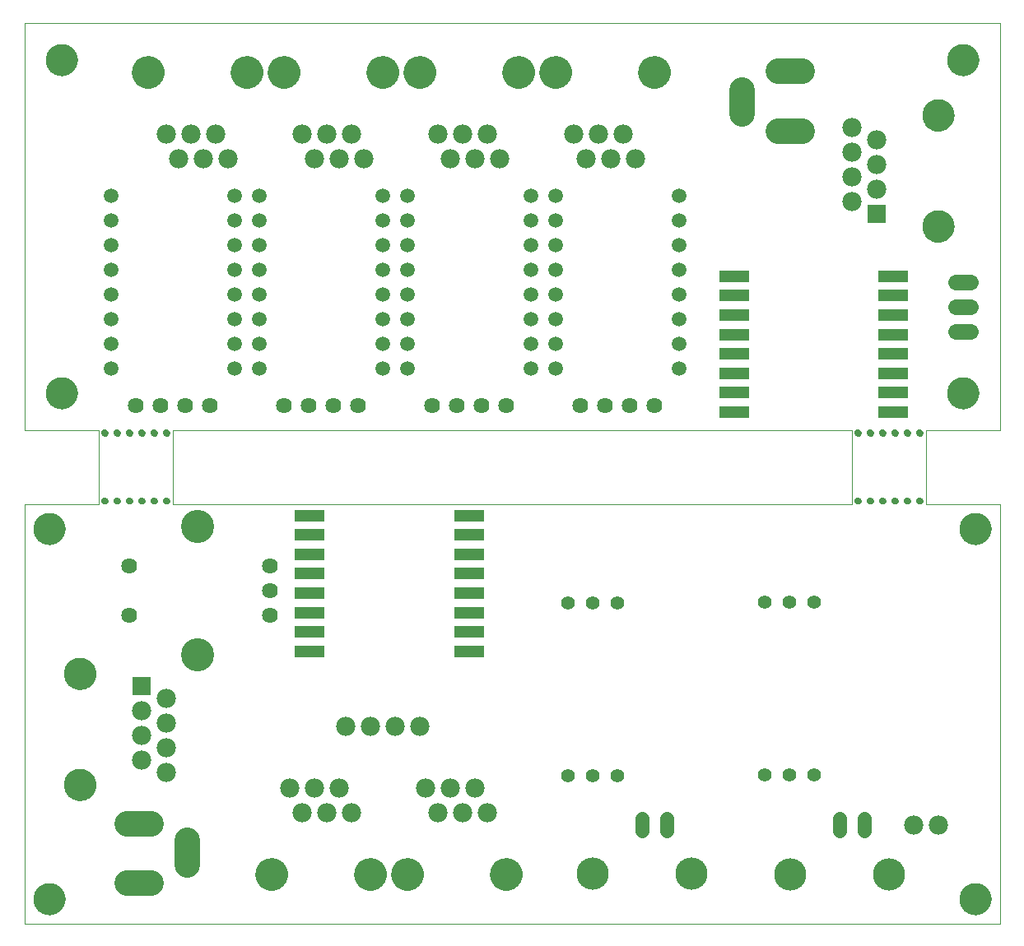
<source format=gbs>
G75*
G70*
%OFA0B0*%
%FSLAX24Y24*%
%IPPOS*%
%LPD*%
%AMOC8*
5,1,8,0,0,1.08239X$1,22.5*
%
%ADD10C,0.0000*%
%ADD11C,0.1300*%
%ADD12C,0.0276*%
%ADD13R,0.1221X0.0512*%
%ADD14C,0.0640*%
%ADD15C,0.0594*%
%ADD16C,0.0780*%
%ADD17C,0.1320*%
%ADD18C,0.0640*%
%ADD19R,0.0780X0.0780*%
%ADD20C,0.1024*%
%ADD21C,0.0555*%
%ADD22C,0.1306*%
%ADD23C,0.0555*%
%ADD24C,0.1340*%
D10*
X002142Y009407D02*
X002142Y026407D01*
X005142Y026407D01*
X005142Y029407D01*
X002142Y029407D01*
X002142Y045907D01*
X041642Y045907D01*
X041642Y029407D01*
X038642Y029407D01*
X038642Y026407D01*
X041642Y026407D01*
X041642Y009407D01*
X002142Y009407D01*
X002512Y010407D02*
X002514Y010457D01*
X002520Y010507D01*
X002530Y010556D01*
X002544Y010604D01*
X002561Y010651D01*
X002582Y010696D01*
X002607Y010740D01*
X002635Y010781D01*
X002667Y010820D01*
X002701Y010857D01*
X002738Y010891D01*
X002778Y010921D01*
X002820Y010948D01*
X002864Y010972D01*
X002910Y010993D01*
X002957Y011009D01*
X003005Y011022D01*
X003055Y011031D01*
X003104Y011036D01*
X003155Y011037D01*
X003205Y011034D01*
X003254Y011027D01*
X003303Y011016D01*
X003351Y011001D01*
X003397Y010983D01*
X003442Y010961D01*
X003485Y010935D01*
X003526Y010906D01*
X003565Y010874D01*
X003601Y010839D01*
X003633Y010801D01*
X003663Y010761D01*
X003690Y010718D01*
X003713Y010674D01*
X003732Y010628D01*
X003748Y010580D01*
X003760Y010531D01*
X003768Y010482D01*
X003772Y010432D01*
X003772Y010382D01*
X003768Y010332D01*
X003760Y010283D01*
X003748Y010234D01*
X003732Y010186D01*
X003713Y010140D01*
X003690Y010096D01*
X003663Y010053D01*
X003633Y010013D01*
X003601Y009975D01*
X003565Y009940D01*
X003526Y009908D01*
X003485Y009879D01*
X003442Y009853D01*
X003397Y009831D01*
X003351Y009813D01*
X003303Y009798D01*
X003254Y009787D01*
X003205Y009780D01*
X003155Y009777D01*
X003104Y009778D01*
X003055Y009783D01*
X003005Y009792D01*
X002957Y009805D01*
X002910Y009821D01*
X002864Y009842D01*
X002820Y009866D01*
X002778Y009893D01*
X002738Y009923D01*
X002701Y009957D01*
X002667Y009994D01*
X002635Y010033D01*
X002607Y010074D01*
X002582Y010118D01*
X002561Y010163D01*
X002544Y010210D01*
X002530Y010258D01*
X002520Y010307D01*
X002514Y010357D01*
X002512Y010407D01*
X003762Y015032D02*
X003764Y015082D01*
X003770Y015132D01*
X003780Y015181D01*
X003794Y015229D01*
X003811Y015276D01*
X003832Y015321D01*
X003857Y015365D01*
X003885Y015406D01*
X003917Y015445D01*
X003951Y015482D01*
X003988Y015516D01*
X004028Y015546D01*
X004070Y015573D01*
X004114Y015597D01*
X004160Y015618D01*
X004207Y015634D01*
X004255Y015647D01*
X004305Y015656D01*
X004354Y015661D01*
X004405Y015662D01*
X004455Y015659D01*
X004504Y015652D01*
X004553Y015641D01*
X004601Y015626D01*
X004647Y015608D01*
X004692Y015586D01*
X004735Y015560D01*
X004776Y015531D01*
X004815Y015499D01*
X004851Y015464D01*
X004883Y015426D01*
X004913Y015386D01*
X004940Y015343D01*
X004963Y015299D01*
X004982Y015253D01*
X004998Y015205D01*
X005010Y015156D01*
X005018Y015107D01*
X005022Y015057D01*
X005022Y015007D01*
X005018Y014957D01*
X005010Y014908D01*
X004998Y014859D01*
X004982Y014811D01*
X004963Y014765D01*
X004940Y014721D01*
X004913Y014678D01*
X004883Y014638D01*
X004851Y014600D01*
X004815Y014565D01*
X004776Y014533D01*
X004735Y014504D01*
X004692Y014478D01*
X004647Y014456D01*
X004601Y014438D01*
X004553Y014423D01*
X004504Y014412D01*
X004455Y014405D01*
X004405Y014402D01*
X004354Y014403D01*
X004305Y014408D01*
X004255Y014417D01*
X004207Y014430D01*
X004160Y014446D01*
X004114Y014467D01*
X004070Y014491D01*
X004028Y014518D01*
X003988Y014548D01*
X003951Y014582D01*
X003917Y014619D01*
X003885Y014658D01*
X003857Y014699D01*
X003832Y014743D01*
X003811Y014788D01*
X003794Y014835D01*
X003780Y014883D01*
X003770Y014932D01*
X003764Y014982D01*
X003762Y015032D01*
X003762Y019532D02*
X003764Y019582D01*
X003770Y019632D01*
X003780Y019681D01*
X003794Y019729D01*
X003811Y019776D01*
X003832Y019821D01*
X003857Y019865D01*
X003885Y019906D01*
X003917Y019945D01*
X003951Y019982D01*
X003988Y020016D01*
X004028Y020046D01*
X004070Y020073D01*
X004114Y020097D01*
X004160Y020118D01*
X004207Y020134D01*
X004255Y020147D01*
X004305Y020156D01*
X004354Y020161D01*
X004405Y020162D01*
X004455Y020159D01*
X004504Y020152D01*
X004553Y020141D01*
X004601Y020126D01*
X004647Y020108D01*
X004692Y020086D01*
X004735Y020060D01*
X004776Y020031D01*
X004815Y019999D01*
X004851Y019964D01*
X004883Y019926D01*
X004913Y019886D01*
X004940Y019843D01*
X004963Y019799D01*
X004982Y019753D01*
X004998Y019705D01*
X005010Y019656D01*
X005018Y019607D01*
X005022Y019557D01*
X005022Y019507D01*
X005018Y019457D01*
X005010Y019408D01*
X004998Y019359D01*
X004982Y019311D01*
X004963Y019265D01*
X004940Y019221D01*
X004913Y019178D01*
X004883Y019138D01*
X004851Y019100D01*
X004815Y019065D01*
X004776Y019033D01*
X004735Y019004D01*
X004692Y018978D01*
X004647Y018956D01*
X004601Y018938D01*
X004553Y018923D01*
X004504Y018912D01*
X004455Y018905D01*
X004405Y018902D01*
X004354Y018903D01*
X004305Y018908D01*
X004255Y018917D01*
X004207Y018930D01*
X004160Y018946D01*
X004114Y018967D01*
X004070Y018991D01*
X004028Y019018D01*
X003988Y019048D01*
X003951Y019082D01*
X003917Y019119D01*
X003885Y019158D01*
X003857Y019199D01*
X003832Y019243D01*
X003811Y019288D01*
X003794Y019335D01*
X003780Y019383D01*
X003770Y019432D01*
X003764Y019482D01*
X003762Y019532D01*
X002512Y025407D02*
X002514Y025457D01*
X002520Y025507D01*
X002530Y025556D01*
X002544Y025604D01*
X002561Y025651D01*
X002582Y025696D01*
X002607Y025740D01*
X002635Y025781D01*
X002667Y025820D01*
X002701Y025857D01*
X002738Y025891D01*
X002778Y025921D01*
X002820Y025948D01*
X002864Y025972D01*
X002910Y025993D01*
X002957Y026009D01*
X003005Y026022D01*
X003055Y026031D01*
X003104Y026036D01*
X003155Y026037D01*
X003205Y026034D01*
X003254Y026027D01*
X003303Y026016D01*
X003351Y026001D01*
X003397Y025983D01*
X003442Y025961D01*
X003485Y025935D01*
X003526Y025906D01*
X003565Y025874D01*
X003601Y025839D01*
X003633Y025801D01*
X003663Y025761D01*
X003690Y025718D01*
X003713Y025674D01*
X003732Y025628D01*
X003748Y025580D01*
X003760Y025531D01*
X003768Y025482D01*
X003772Y025432D01*
X003772Y025382D01*
X003768Y025332D01*
X003760Y025283D01*
X003748Y025234D01*
X003732Y025186D01*
X003713Y025140D01*
X003690Y025096D01*
X003663Y025053D01*
X003633Y025013D01*
X003601Y024975D01*
X003565Y024940D01*
X003526Y024908D01*
X003485Y024879D01*
X003442Y024853D01*
X003397Y024831D01*
X003351Y024813D01*
X003303Y024798D01*
X003254Y024787D01*
X003205Y024780D01*
X003155Y024777D01*
X003104Y024778D01*
X003055Y024783D01*
X003005Y024792D01*
X002957Y024805D01*
X002910Y024821D01*
X002864Y024842D01*
X002820Y024866D01*
X002778Y024893D01*
X002738Y024923D01*
X002701Y024957D01*
X002667Y024994D01*
X002635Y025033D01*
X002607Y025074D01*
X002582Y025118D01*
X002561Y025163D01*
X002544Y025210D01*
X002530Y025258D01*
X002520Y025307D01*
X002514Y025357D01*
X002512Y025407D01*
X005274Y026532D02*
X005276Y026553D01*
X005282Y026573D01*
X005291Y026593D01*
X005303Y026610D01*
X005318Y026624D01*
X005336Y026636D01*
X005356Y026644D01*
X005376Y026649D01*
X005397Y026650D01*
X005418Y026647D01*
X005438Y026641D01*
X005457Y026630D01*
X005474Y026617D01*
X005487Y026601D01*
X005498Y026583D01*
X005506Y026563D01*
X005510Y026543D01*
X005510Y026521D01*
X005506Y026501D01*
X005498Y026481D01*
X005487Y026463D01*
X005474Y026447D01*
X005457Y026434D01*
X005438Y026423D01*
X005418Y026417D01*
X005397Y026414D01*
X005376Y026415D01*
X005356Y026420D01*
X005336Y026428D01*
X005318Y026440D01*
X005303Y026454D01*
X005291Y026471D01*
X005282Y026491D01*
X005276Y026511D01*
X005274Y026532D01*
X005774Y026532D02*
X005776Y026553D01*
X005782Y026573D01*
X005791Y026593D01*
X005803Y026610D01*
X005818Y026624D01*
X005836Y026636D01*
X005856Y026644D01*
X005876Y026649D01*
X005897Y026650D01*
X005918Y026647D01*
X005938Y026641D01*
X005957Y026630D01*
X005974Y026617D01*
X005987Y026601D01*
X005998Y026583D01*
X006006Y026563D01*
X006010Y026543D01*
X006010Y026521D01*
X006006Y026501D01*
X005998Y026481D01*
X005987Y026463D01*
X005974Y026447D01*
X005957Y026434D01*
X005938Y026423D01*
X005918Y026417D01*
X005897Y026414D01*
X005876Y026415D01*
X005856Y026420D01*
X005836Y026428D01*
X005818Y026440D01*
X005803Y026454D01*
X005791Y026471D01*
X005782Y026491D01*
X005776Y026511D01*
X005774Y026532D01*
X006274Y026532D02*
X006276Y026553D01*
X006282Y026573D01*
X006291Y026593D01*
X006303Y026610D01*
X006318Y026624D01*
X006336Y026636D01*
X006356Y026644D01*
X006376Y026649D01*
X006397Y026650D01*
X006418Y026647D01*
X006438Y026641D01*
X006457Y026630D01*
X006474Y026617D01*
X006487Y026601D01*
X006498Y026583D01*
X006506Y026563D01*
X006510Y026543D01*
X006510Y026521D01*
X006506Y026501D01*
X006498Y026481D01*
X006487Y026463D01*
X006474Y026447D01*
X006457Y026434D01*
X006438Y026423D01*
X006418Y026417D01*
X006397Y026414D01*
X006376Y026415D01*
X006356Y026420D01*
X006336Y026428D01*
X006318Y026440D01*
X006303Y026454D01*
X006291Y026471D01*
X006282Y026491D01*
X006276Y026511D01*
X006274Y026532D01*
X006774Y026532D02*
X006776Y026553D01*
X006782Y026573D01*
X006791Y026593D01*
X006803Y026610D01*
X006818Y026624D01*
X006836Y026636D01*
X006856Y026644D01*
X006876Y026649D01*
X006897Y026650D01*
X006918Y026647D01*
X006938Y026641D01*
X006957Y026630D01*
X006974Y026617D01*
X006987Y026601D01*
X006998Y026583D01*
X007006Y026563D01*
X007010Y026543D01*
X007010Y026521D01*
X007006Y026501D01*
X006998Y026481D01*
X006987Y026463D01*
X006974Y026447D01*
X006957Y026434D01*
X006938Y026423D01*
X006918Y026417D01*
X006897Y026414D01*
X006876Y026415D01*
X006856Y026420D01*
X006836Y026428D01*
X006818Y026440D01*
X006803Y026454D01*
X006791Y026471D01*
X006782Y026491D01*
X006776Y026511D01*
X006774Y026532D01*
X007274Y026532D02*
X007276Y026553D01*
X007282Y026573D01*
X007291Y026593D01*
X007303Y026610D01*
X007318Y026624D01*
X007336Y026636D01*
X007356Y026644D01*
X007376Y026649D01*
X007397Y026650D01*
X007418Y026647D01*
X007438Y026641D01*
X007457Y026630D01*
X007474Y026617D01*
X007487Y026601D01*
X007498Y026583D01*
X007506Y026563D01*
X007510Y026543D01*
X007510Y026521D01*
X007506Y026501D01*
X007498Y026481D01*
X007487Y026463D01*
X007474Y026447D01*
X007457Y026434D01*
X007438Y026423D01*
X007418Y026417D01*
X007397Y026414D01*
X007376Y026415D01*
X007356Y026420D01*
X007336Y026428D01*
X007318Y026440D01*
X007303Y026454D01*
X007291Y026471D01*
X007282Y026491D01*
X007276Y026511D01*
X007274Y026532D01*
X007774Y026532D02*
X007776Y026553D01*
X007782Y026573D01*
X007791Y026593D01*
X007803Y026610D01*
X007818Y026624D01*
X007836Y026636D01*
X007856Y026644D01*
X007876Y026649D01*
X007897Y026650D01*
X007918Y026647D01*
X007938Y026641D01*
X007957Y026630D01*
X007974Y026617D01*
X007987Y026601D01*
X007998Y026583D01*
X008006Y026563D01*
X008010Y026543D01*
X008010Y026521D01*
X008006Y026501D01*
X007998Y026481D01*
X007987Y026463D01*
X007974Y026447D01*
X007957Y026434D01*
X007938Y026423D01*
X007918Y026417D01*
X007897Y026414D01*
X007876Y026415D01*
X007856Y026420D01*
X007836Y026428D01*
X007818Y026440D01*
X007803Y026454D01*
X007791Y026471D01*
X007782Y026491D01*
X007776Y026511D01*
X007774Y026532D01*
X008142Y026407D02*
X008142Y029407D01*
X035642Y029407D01*
X035642Y026407D01*
X008142Y026407D01*
X007774Y029282D02*
X007776Y029303D01*
X007782Y029323D01*
X007791Y029343D01*
X007803Y029360D01*
X007818Y029374D01*
X007836Y029386D01*
X007856Y029394D01*
X007876Y029399D01*
X007897Y029400D01*
X007918Y029397D01*
X007938Y029391D01*
X007957Y029380D01*
X007974Y029367D01*
X007987Y029351D01*
X007998Y029333D01*
X008006Y029313D01*
X008010Y029293D01*
X008010Y029271D01*
X008006Y029251D01*
X007998Y029231D01*
X007987Y029213D01*
X007974Y029197D01*
X007957Y029184D01*
X007938Y029173D01*
X007918Y029167D01*
X007897Y029164D01*
X007876Y029165D01*
X007856Y029170D01*
X007836Y029178D01*
X007818Y029190D01*
X007803Y029204D01*
X007791Y029221D01*
X007782Y029241D01*
X007776Y029261D01*
X007774Y029282D01*
X007274Y029282D02*
X007276Y029303D01*
X007282Y029323D01*
X007291Y029343D01*
X007303Y029360D01*
X007318Y029374D01*
X007336Y029386D01*
X007356Y029394D01*
X007376Y029399D01*
X007397Y029400D01*
X007418Y029397D01*
X007438Y029391D01*
X007457Y029380D01*
X007474Y029367D01*
X007487Y029351D01*
X007498Y029333D01*
X007506Y029313D01*
X007510Y029293D01*
X007510Y029271D01*
X007506Y029251D01*
X007498Y029231D01*
X007487Y029213D01*
X007474Y029197D01*
X007457Y029184D01*
X007438Y029173D01*
X007418Y029167D01*
X007397Y029164D01*
X007376Y029165D01*
X007356Y029170D01*
X007336Y029178D01*
X007318Y029190D01*
X007303Y029204D01*
X007291Y029221D01*
X007282Y029241D01*
X007276Y029261D01*
X007274Y029282D01*
X006774Y029282D02*
X006776Y029303D01*
X006782Y029323D01*
X006791Y029343D01*
X006803Y029360D01*
X006818Y029374D01*
X006836Y029386D01*
X006856Y029394D01*
X006876Y029399D01*
X006897Y029400D01*
X006918Y029397D01*
X006938Y029391D01*
X006957Y029380D01*
X006974Y029367D01*
X006987Y029351D01*
X006998Y029333D01*
X007006Y029313D01*
X007010Y029293D01*
X007010Y029271D01*
X007006Y029251D01*
X006998Y029231D01*
X006987Y029213D01*
X006974Y029197D01*
X006957Y029184D01*
X006938Y029173D01*
X006918Y029167D01*
X006897Y029164D01*
X006876Y029165D01*
X006856Y029170D01*
X006836Y029178D01*
X006818Y029190D01*
X006803Y029204D01*
X006791Y029221D01*
X006782Y029241D01*
X006776Y029261D01*
X006774Y029282D01*
X006274Y029282D02*
X006276Y029303D01*
X006282Y029323D01*
X006291Y029343D01*
X006303Y029360D01*
X006318Y029374D01*
X006336Y029386D01*
X006356Y029394D01*
X006376Y029399D01*
X006397Y029400D01*
X006418Y029397D01*
X006438Y029391D01*
X006457Y029380D01*
X006474Y029367D01*
X006487Y029351D01*
X006498Y029333D01*
X006506Y029313D01*
X006510Y029293D01*
X006510Y029271D01*
X006506Y029251D01*
X006498Y029231D01*
X006487Y029213D01*
X006474Y029197D01*
X006457Y029184D01*
X006438Y029173D01*
X006418Y029167D01*
X006397Y029164D01*
X006376Y029165D01*
X006356Y029170D01*
X006336Y029178D01*
X006318Y029190D01*
X006303Y029204D01*
X006291Y029221D01*
X006282Y029241D01*
X006276Y029261D01*
X006274Y029282D01*
X005774Y029282D02*
X005776Y029303D01*
X005782Y029323D01*
X005791Y029343D01*
X005803Y029360D01*
X005818Y029374D01*
X005836Y029386D01*
X005856Y029394D01*
X005876Y029399D01*
X005897Y029400D01*
X005918Y029397D01*
X005938Y029391D01*
X005957Y029380D01*
X005974Y029367D01*
X005987Y029351D01*
X005998Y029333D01*
X006006Y029313D01*
X006010Y029293D01*
X006010Y029271D01*
X006006Y029251D01*
X005998Y029231D01*
X005987Y029213D01*
X005974Y029197D01*
X005957Y029184D01*
X005938Y029173D01*
X005918Y029167D01*
X005897Y029164D01*
X005876Y029165D01*
X005856Y029170D01*
X005836Y029178D01*
X005818Y029190D01*
X005803Y029204D01*
X005791Y029221D01*
X005782Y029241D01*
X005776Y029261D01*
X005774Y029282D01*
X005274Y029282D02*
X005276Y029303D01*
X005282Y029323D01*
X005291Y029343D01*
X005303Y029360D01*
X005318Y029374D01*
X005336Y029386D01*
X005356Y029394D01*
X005376Y029399D01*
X005397Y029400D01*
X005418Y029397D01*
X005438Y029391D01*
X005457Y029380D01*
X005474Y029367D01*
X005487Y029351D01*
X005498Y029333D01*
X005506Y029313D01*
X005510Y029293D01*
X005510Y029271D01*
X005506Y029251D01*
X005498Y029231D01*
X005487Y029213D01*
X005474Y029197D01*
X005457Y029184D01*
X005438Y029173D01*
X005418Y029167D01*
X005397Y029164D01*
X005376Y029165D01*
X005356Y029170D01*
X005336Y029178D01*
X005318Y029190D01*
X005303Y029204D01*
X005291Y029221D01*
X005282Y029241D01*
X005276Y029261D01*
X005274Y029282D01*
X003012Y030907D02*
X003014Y030957D01*
X003020Y031007D01*
X003030Y031056D01*
X003044Y031104D01*
X003061Y031151D01*
X003082Y031196D01*
X003107Y031240D01*
X003135Y031281D01*
X003167Y031320D01*
X003201Y031357D01*
X003238Y031391D01*
X003278Y031421D01*
X003320Y031448D01*
X003364Y031472D01*
X003410Y031493D01*
X003457Y031509D01*
X003505Y031522D01*
X003555Y031531D01*
X003604Y031536D01*
X003655Y031537D01*
X003705Y031534D01*
X003754Y031527D01*
X003803Y031516D01*
X003851Y031501D01*
X003897Y031483D01*
X003942Y031461D01*
X003985Y031435D01*
X004026Y031406D01*
X004065Y031374D01*
X004101Y031339D01*
X004133Y031301D01*
X004163Y031261D01*
X004190Y031218D01*
X004213Y031174D01*
X004232Y031128D01*
X004248Y031080D01*
X004260Y031031D01*
X004268Y030982D01*
X004272Y030932D01*
X004272Y030882D01*
X004268Y030832D01*
X004260Y030783D01*
X004248Y030734D01*
X004232Y030686D01*
X004213Y030640D01*
X004190Y030596D01*
X004163Y030553D01*
X004133Y030513D01*
X004101Y030475D01*
X004065Y030440D01*
X004026Y030408D01*
X003985Y030379D01*
X003942Y030353D01*
X003897Y030331D01*
X003851Y030313D01*
X003803Y030298D01*
X003754Y030287D01*
X003705Y030280D01*
X003655Y030277D01*
X003604Y030278D01*
X003555Y030283D01*
X003505Y030292D01*
X003457Y030305D01*
X003410Y030321D01*
X003364Y030342D01*
X003320Y030366D01*
X003278Y030393D01*
X003238Y030423D01*
X003201Y030457D01*
X003167Y030494D01*
X003135Y030533D01*
X003107Y030574D01*
X003082Y030618D01*
X003061Y030663D01*
X003044Y030710D01*
X003030Y030758D01*
X003020Y030807D01*
X003014Y030857D01*
X003012Y030907D01*
X006502Y043907D02*
X006504Y043957D01*
X006510Y044007D01*
X006520Y044056D01*
X006533Y044105D01*
X006551Y044152D01*
X006572Y044198D01*
X006596Y044241D01*
X006624Y044283D01*
X006655Y044323D01*
X006689Y044360D01*
X006726Y044394D01*
X006766Y044425D01*
X006808Y044453D01*
X006851Y044477D01*
X006897Y044498D01*
X006944Y044516D01*
X006993Y044529D01*
X007042Y044539D01*
X007092Y044545D01*
X007142Y044547D01*
X007192Y044545D01*
X007242Y044539D01*
X007291Y044529D01*
X007340Y044516D01*
X007387Y044498D01*
X007433Y044477D01*
X007476Y044453D01*
X007518Y044425D01*
X007558Y044394D01*
X007595Y044360D01*
X007629Y044323D01*
X007660Y044283D01*
X007688Y044241D01*
X007712Y044198D01*
X007733Y044152D01*
X007751Y044105D01*
X007764Y044056D01*
X007774Y044007D01*
X007780Y043957D01*
X007782Y043907D01*
X007780Y043857D01*
X007774Y043807D01*
X007764Y043758D01*
X007751Y043709D01*
X007733Y043662D01*
X007712Y043616D01*
X007688Y043573D01*
X007660Y043531D01*
X007629Y043491D01*
X007595Y043454D01*
X007558Y043420D01*
X007518Y043389D01*
X007476Y043361D01*
X007433Y043337D01*
X007387Y043316D01*
X007340Y043298D01*
X007291Y043285D01*
X007242Y043275D01*
X007192Y043269D01*
X007142Y043267D01*
X007092Y043269D01*
X007042Y043275D01*
X006993Y043285D01*
X006944Y043298D01*
X006897Y043316D01*
X006851Y043337D01*
X006808Y043361D01*
X006766Y043389D01*
X006726Y043420D01*
X006689Y043454D01*
X006655Y043491D01*
X006624Y043531D01*
X006596Y043573D01*
X006572Y043616D01*
X006551Y043662D01*
X006533Y043709D01*
X006520Y043758D01*
X006510Y043807D01*
X006504Y043857D01*
X006502Y043907D01*
X003012Y044407D02*
X003014Y044457D01*
X003020Y044507D01*
X003030Y044556D01*
X003044Y044604D01*
X003061Y044651D01*
X003082Y044696D01*
X003107Y044740D01*
X003135Y044781D01*
X003167Y044820D01*
X003201Y044857D01*
X003238Y044891D01*
X003278Y044921D01*
X003320Y044948D01*
X003364Y044972D01*
X003410Y044993D01*
X003457Y045009D01*
X003505Y045022D01*
X003555Y045031D01*
X003604Y045036D01*
X003655Y045037D01*
X003705Y045034D01*
X003754Y045027D01*
X003803Y045016D01*
X003851Y045001D01*
X003897Y044983D01*
X003942Y044961D01*
X003985Y044935D01*
X004026Y044906D01*
X004065Y044874D01*
X004101Y044839D01*
X004133Y044801D01*
X004163Y044761D01*
X004190Y044718D01*
X004213Y044674D01*
X004232Y044628D01*
X004248Y044580D01*
X004260Y044531D01*
X004268Y044482D01*
X004272Y044432D01*
X004272Y044382D01*
X004268Y044332D01*
X004260Y044283D01*
X004248Y044234D01*
X004232Y044186D01*
X004213Y044140D01*
X004190Y044096D01*
X004163Y044053D01*
X004133Y044013D01*
X004101Y043975D01*
X004065Y043940D01*
X004026Y043908D01*
X003985Y043879D01*
X003942Y043853D01*
X003897Y043831D01*
X003851Y043813D01*
X003803Y043798D01*
X003754Y043787D01*
X003705Y043780D01*
X003655Y043777D01*
X003604Y043778D01*
X003555Y043783D01*
X003505Y043792D01*
X003457Y043805D01*
X003410Y043821D01*
X003364Y043842D01*
X003320Y043866D01*
X003278Y043893D01*
X003238Y043923D01*
X003201Y043957D01*
X003167Y043994D01*
X003135Y044033D01*
X003107Y044074D01*
X003082Y044118D01*
X003061Y044163D01*
X003044Y044210D01*
X003030Y044258D01*
X003020Y044307D01*
X003014Y044357D01*
X003012Y044407D01*
X010502Y043907D02*
X010504Y043957D01*
X010510Y044007D01*
X010520Y044056D01*
X010533Y044105D01*
X010551Y044152D01*
X010572Y044198D01*
X010596Y044241D01*
X010624Y044283D01*
X010655Y044323D01*
X010689Y044360D01*
X010726Y044394D01*
X010766Y044425D01*
X010808Y044453D01*
X010851Y044477D01*
X010897Y044498D01*
X010944Y044516D01*
X010993Y044529D01*
X011042Y044539D01*
X011092Y044545D01*
X011142Y044547D01*
X011192Y044545D01*
X011242Y044539D01*
X011291Y044529D01*
X011340Y044516D01*
X011387Y044498D01*
X011433Y044477D01*
X011476Y044453D01*
X011518Y044425D01*
X011558Y044394D01*
X011595Y044360D01*
X011629Y044323D01*
X011660Y044283D01*
X011688Y044241D01*
X011712Y044198D01*
X011733Y044152D01*
X011751Y044105D01*
X011764Y044056D01*
X011774Y044007D01*
X011780Y043957D01*
X011782Y043907D01*
X011780Y043857D01*
X011774Y043807D01*
X011764Y043758D01*
X011751Y043709D01*
X011733Y043662D01*
X011712Y043616D01*
X011688Y043573D01*
X011660Y043531D01*
X011629Y043491D01*
X011595Y043454D01*
X011558Y043420D01*
X011518Y043389D01*
X011476Y043361D01*
X011433Y043337D01*
X011387Y043316D01*
X011340Y043298D01*
X011291Y043285D01*
X011242Y043275D01*
X011192Y043269D01*
X011142Y043267D01*
X011092Y043269D01*
X011042Y043275D01*
X010993Y043285D01*
X010944Y043298D01*
X010897Y043316D01*
X010851Y043337D01*
X010808Y043361D01*
X010766Y043389D01*
X010726Y043420D01*
X010689Y043454D01*
X010655Y043491D01*
X010624Y043531D01*
X010596Y043573D01*
X010572Y043616D01*
X010551Y043662D01*
X010533Y043709D01*
X010520Y043758D01*
X010510Y043807D01*
X010504Y043857D01*
X010502Y043907D01*
X012002Y043907D02*
X012004Y043957D01*
X012010Y044007D01*
X012020Y044056D01*
X012033Y044105D01*
X012051Y044152D01*
X012072Y044198D01*
X012096Y044241D01*
X012124Y044283D01*
X012155Y044323D01*
X012189Y044360D01*
X012226Y044394D01*
X012266Y044425D01*
X012308Y044453D01*
X012351Y044477D01*
X012397Y044498D01*
X012444Y044516D01*
X012493Y044529D01*
X012542Y044539D01*
X012592Y044545D01*
X012642Y044547D01*
X012692Y044545D01*
X012742Y044539D01*
X012791Y044529D01*
X012840Y044516D01*
X012887Y044498D01*
X012933Y044477D01*
X012976Y044453D01*
X013018Y044425D01*
X013058Y044394D01*
X013095Y044360D01*
X013129Y044323D01*
X013160Y044283D01*
X013188Y044241D01*
X013212Y044198D01*
X013233Y044152D01*
X013251Y044105D01*
X013264Y044056D01*
X013274Y044007D01*
X013280Y043957D01*
X013282Y043907D01*
X013280Y043857D01*
X013274Y043807D01*
X013264Y043758D01*
X013251Y043709D01*
X013233Y043662D01*
X013212Y043616D01*
X013188Y043573D01*
X013160Y043531D01*
X013129Y043491D01*
X013095Y043454D01*
X013058Y043420D01*
X013018Y043389D01*
X012976Y043361D01*
X012933Y043337D01*
X012887Y043316D01*
X012840Y043298D01*
X012791Y043285D01*
X012742Y043275D01*
X012692Y043269D01*
X012642Y043267D01*
X012592Y043269D01*
X012542Y043275D01*
X012493Y043285D01*
X012444Y043298D01*
X012397Y043316D01*
X012351Y043337D01*
X012308Y043361D01*
X012266Y043389D01*
X012226Y043420D01*
X012189Y043454D01*
X012155Y043491D01*
X012124Y043531D01*
X012096Y043573D01*
X012072Y043616D01*
X012051Y043662D01*
X012033Y043709D01*
X012020Y043758D01*
X012010Y043807D01*
X012004Y043857D01*
X012002Y043907D01*
X016002Y043907D02*
X016004Y043957D01*
X016010Y044007D01*
X016020Y044056D01*
X016033Y044105D01*
X016051Y044152D01*
X016072Y044198D01*
X016096Y044241D01*
X016124Y044283D01*
X016155Y044323D01*
X016189Y044360D01*
X016226Y044394D01*
X016266Y044425D01*
X016308Y044453D01*
X016351Y044477D01*
X016397Y044498D01*
X016444Y044516D01*
X016493Y044529D01*
X016542Y044539D01*
X016592Y044545D01*
X016642Y044547D01*
X016692Y044545D01*
X016742Y044539D01*
X016791Y044529D01*
X016840Y044516D01*
X016887Y044498D01*
X016933Y044477D01*
X016976Y044453D01*
X017018Y044425D01*
X017058Y044394D01*
X017095Y044360D01*
X017129Y044323D01*
X017160Y044283D01*
X017188Y044241D01*
X017212Y044198D01*
X017233Y044152D01*
X017251Y044105D01*
X017264Y044056D01*
X017274Y044007D01*
X017280Y043957D01*
X017282Y043907D01*
X017280Y043857D01*
X017274Y043807D01*
X017264Y043758D01*
X017251Y043709D01*
X017233Y043662D01*
X017212Y043616D01*
X017188Y043573D01*
X017160Y043531D01*
X017129Y043491D01*
X017095Y043454D01*
X017058Y043420D01*
X017018Y043389D01*
X016976Y043361D01*
X016933Y043337D01*
X016887Y043316D01*
X016840Y043298D01*
X016791Y043285D01*
X016742Y043275D01*
X016692Y043269D01*
X016642Y043267D01*
X016592Y043269D01*
X016542Y043275D01*
X016493Y043285D01*
X016444Y043298D01*
X016397Y043316D01*
X016351Y043337D01*
X016308Y043361D01*
X016266Y043389D01*
X016226Y043420D01*
X016189Y043454D01*
X016155Y043491D01*
X016124Y043531D01*
X016096Y043573D01*
X016072Y043616D01*
X016051Y043662D01*
X016033Y043709D01*
X016020Y043758D01*
X016010Y043807D01*
X016004Y043857D01*
X016002Y043907D01*
X017502Y043907D02*
X017504Y043957D01*
X017510Y044007D01*
X017520Y044056D01*
X017533Y044105D01*
X017551Y044152D01*
X017572Y044198D01*
X017596Y044241D01*
X017624Y044283D01*
X017655Y044323D01*
X017689Y044360D01*
X017726Y044394D01*
X017766Y044425D01*
X017808Y044453D01*
X017851Y044477D01*
X017897Y044498D01*
X017944Y044516D01*
X017993Y044529D01*
X018042Y044539D01*
X018092Y044545D01*
X018142Y044547D01*
X018192Y044545D01*
X018242Y044539D01*
X018291Y044529D01*
X018340Y044516D01*
X018387Y044498D01*
X018433Y044477D01*
X018476Y044453D01*
X018518Y044425D01*
X018558Y044394D01*
X018595Y044360D01*
X018629Y044323D01*
X018660Y044283D01*
X018688Y044241D01*
X018712Y044198D01*
X018733Y044152D01*
X018751Y044105D01*
X018764Y044056D01*
X018774Y044007D01*
X018780Y043957D01*
X018782Y043907D01*
X018780Y043857D01*
X018774Y043807D01*
X018764Y043758D01*
X018751Y043709D01*
X018733Y043662D01*
X018712Y043616D01*
X018688Y043573D01*
X018660Y043531D01*
X018629Y043491D01*
X018595Y043454D01*
X018558Y043420D01*
X018518Y043389D01*
X018476Y043361D01*
X018433Y043337D01*
X018387Y043316D01*
X018340Y043298D01*
X018291Y043285D01*
X018242Y043275D01*
X018192Y043269D01*
X018142Y043267D01*
X018092Y043269D01*
X018042Y043275D01*
X017993Y043285D01*
X017944Y043298D01*
X017897Y043316D01*
X017851Y043337D01*
X017808Y043361D01*
X017766Y043389D01*
X017726Y043420D01*
X017689Y043454D01*
X017655Y043491D01*
X017624Y043531D01*
X017596Y043573D01*
X017572Y043616D01*
X017551Y043662D01*
X017533Y043709D01*
X017520Y043758D01*
X017510Y043807D01*
X017504Y043857D01*
X017502Y043907D01*
X021502Y043907D02*
X021504Y043957D01*
X021510Y044007D01*
X021520Y044056D01*
X021533Y044105D01*
X021551Y044152D01*
X021572Y044198D01*
X021596Y044241D01*
X021624Y044283D01*
X021655Y044323D01*
X021689Y044360D01*
X021726Y044394D01*
X021766Y044425D01*
X021808Y044453D01*
X021851Y044477D01*
X021897Y044498D01*
X021944Y044516D01*
X021993Y044529D01*
X022042Y044539D01*
X022092Y044545D01*
X022142Y044547D01*
X022192Y044545D01*
X022242Y044539D01*
X022291Y044529D01*
X022340Y044516D01*
X022387Y044498D01*
X022433Y044477D01*
X022476Y044453D01*
X022518Y044425D01*
X022558Y044394D01*
X022595Y044360D01*
X022629Y044323D01*
X022660Y044283D01*
X022688Y044241D01*
X022712Y044198D01*
X022733Y044152D01*
X022751Y044105D01*
X022764Y044056D01*
X022774Y044007D01*
X022780Y043957D01*
X022782Y043907D01*
X022780Y043857D01*
X022774Y043807D01*
X022764Y043758D01*
X022751Y043709D01*
X022733Y043662D01*
X022712Y043616D01*
X022688Y043573D01*
X022660Y043531D01*
X022629Y043491D01*
X022595Y043454D01*
X022558Y043420D01*
X022518Y043389D01*
X022476Y043361D01*
X022433Y043337D01*
X022387Y043316D01*
X022340Y043298D01*
X022291Y043285D01*
X022242Y043275D01*
X022192Y043269D01*
X022142Y043267D01*
X022092Y043269D01*
X022042Y043275D01*
X021993Y043285D01*
X021944Y043298D01*
X021897Y043316D01*
X021851Y043337D01*
X021808Y043361D01*
X021766Y043389D01*
X021726Y043420D01*
X021689Y043454D01*
X021655Y043491D01*
X021624Y043531D01*
X021596Y043573D01*
X021572Y043616D01*
X021551Y043662D01*
X021533Y043709D01*
X021520Y043758D01*
X021510Y043807D01*
X021504Y043857D01*
X021502Y043907D01*
X023002Y043907D02*
X023004Y043957D01*
X023010Y044007D01*
X023020Y044056D01*
X023033Y044105D01*
X023051Y044152D01*
X023072Y044198D01*
X023096Y044241D01*
X023124Y044283D01*
X023155Y044323D01*
X023189Y044360D01*
X023226Y044394D01*
X023266Y044425D01*
X023308Y044453D01*
X023351Y044477D01*
X023397Y044498D01*
X023444Y044516D01*
X023493Y044529D01*
X023542Y044539D01*
X023592Y044545D01*
X023642Y044547D01*
X023692Y044545D01*
X023742Y044539D01*
X023791Y044529D01*
X023840Y044516D01*
X023887Y044498D01*
X023933Y044477D01*
X023976Y044453D01*
X024018Y044425D01*
X024058Y044394D01*
X024095Y044360D01*
X024129Y044323D01*
X024160Y044283D01*
X024188Y044241D01*
X024212Y044198D01*
X024233Y044152D01*
X024251Y044105D01*
X024264Y044056D01*
X024274Y044007D01*
X024280Y043957D01*
X024282Y043907D01*
X024280Y043857D01*
X024274Y043807D01*
X024264Y043758D01*
X024251Y043709D01*
X024233Y043662D01*
X024212Y043616D01*
X024188Y043573D01*
X024160Y043531D01*
X024129Y043491D01*
X024095Y043454D01*
X024058Y043420D01*
X024018Y043389D01*
X023976Y043361D01*
X023933Y043337D01*
X023887Y043316D01*
X023840Y043298D01*
X023791Y043285D01*
X023742Y043275D01*
X023692Y043269D01*
X023642Y043267D01*
X023592Y043269D01*
X023542Y043275D01*
X023493Y043285D01*
X023444Y043298D01*
X023397Y043316D01*
X023351Y043337D01*
X023308Y043361D01*
X023266Y043389D01*
X023226Y043420D01*
X023189Y043454D01*
X023155Y043491D01*
X023124Y043531D01*
X023096Y043573D01*
X023072Y043616D01*
X023051Y043662D01*
X023033Y043709D01*
X023020Y043758D01*
X023010Y043807D01*
X023004Y043857D01*
X023002Y043907D01*
X027002Y043907D02*
X027004Y043957D01*
X027010Y044007D01*
X027020Y044056D01*
X027033Y044105D01*
X027051Y044152D01*
X027072Y044198D01*
X027096Y044241D01*
X027124Y044283D01*
X027155Y044323D01*
X027189Y044360D01*
X027226Y044394D01*
X027266Y044425D01*
X027308Y044453D01*
X027351Y044477D01*
X027397Y044498D01*
X027444Y044516D01*
X027493Y044529D01*
X027542Y044539D01*
X027592Y044545D01*
X027642Y044547D01*
X027692Y044545D01*
X027742Y044539D01*
X027791Y044529D01*
X027840Y044516D01*
X027887Y044498D01*
X027933Y044477D01*
X027976Y044453D01*
X028018Y044425D01*
X028058Y044394D01*
X028095Y044360D01*
X028129Y044323D01*
X028160Y044283D01*
X028188Y044241D01*
X028212Y044198D01*
X028233Y044152D01*
X028251Y044105D01*
X028264Y044056D01*
X028274Y044007D01*
X028280Y043957D01*
X028282Y043907D01*
X028280Y043857D01*
X028274Y043807D01*
X028264Y043758D01*
X028251Y043709D01*
X028233Y043662D01*
X028212Y043616D01*
X028188Y043573D01*
X028160Y043531D01*
X028129Y043491D01*
X028095Y043454D01*
X028058Y043420D01*
X028018Y043389D01*
X027976Y043361D01*
X027933Y043337D01*
X027887Y043316D01*
X027840Y043298D01*
X027791Y043285D01*
X027742Y043275D01*
X027692Y043269D01*
X027642Y043267D01*
X027592Y043269D01*
X027542Y043275D01*
X027493Y043285D01*
X027444Y043298D01*
X027397Y043316D01*
X027351Y043337D01*
X027308Y043361D01*
X027266Y043389D01*
X027226Y043420D01*
X027189Y043454D01*
X027155Y043491D01*
X027124Y043531D01*
X027096Y043573D01*
X027072Y043616D01*
X027051Y043662D01*
X027033Y043709D01*
X027020Y043758D01*
X027010Y043807D01*
X027004Y043857D01*
X027002Y043907D01*
X038512Y042157D02*
X038514Y042207D01*
X038520Y042257D01*
X038530Y042306D01*
X038544Y042354D01*
X038561Y042401D01*
X038582Y042446D01*
X038607Y042490D01*
X038635Y042531D01*
X038667Y042570D01*
X038701Y042607D01*
X038738Y042641D01*
X038778Y042671D01*
X038820Y042698D01*
X038864Y042722D01*
X038910Y042743D01*
X038957Y042759D01*
X039005Y042772D01*
X039055Y042781D01*
X039104Y042786D01*
X039155Y042787D01*
X039205Y042784D01*
X039254Y042777D01*
X039303Y042766D01*
X039351Y042751D01*
X039397Y042733D01*
X039442Y042711D01*
X039485Y042685D01*
X039526Y042656D01*
X039565Y042624D01*
X039601Y042589D01*
X039633Y042551D01*
X039663Y042511D01*
X039690Y042468D01*
X039713Y042424D01*
X039732Y042378D01*
X039748Y042330D01*
X039760Y042281D01*
X039768Y042232D01*
X039772Y042182D01*
X039772Y042132D01*
X039768Y042082D01*
X039760Y042033D01*
X039748Y041984D01*
X039732Y041936D01*
X039713Y041890D01*
X039690Y041846D01*
X039663Y041803D01*
X039633Y041763D01*
X039601Y041725D01*
X039565Y041690D01*
X039526Y041658D01*
X039485Y041629D01*
X039442Y041603D01*
X039397Y041581D01*
X039351Y041563D01*
X039303Y041548D01*
X039254Y041537D01*
X039205Y041530D01*
X039155Y041527D01*
X039104Y041528D01*
X039055Y041533D01*
X039005Y041542D01*
X038957Y041555D01*
X038910Y041571D01*
X038864Y041592D01*
X038820Y041616D01*
X038778Y041643D01*
X038738Y041673D01*
X038701Y041707D01*
X038667Y041744D01*
X038635Y041783D01*
X038607Y041824D01*
X038582Y041868D01*
X038561Y041913D01*
X038544Y041960D01*
X038530Y042008D01*
X038520Y042057D01*
X038514Y042107D01*
X038512Y042157D01*
X039512Y044407D02*
X039514Y044457D01*
X039520Y044507D01*
X039530Y044556D01*
X039544Y044604D01*
X039561Y044651D01*
X039582Y044696D01*
X039607Y044740D01*
X039635Y044781D01*
X039667Y044820D01*
X039701Y044857D01*
X039738Y044891D01*
X039778Y044921D01*
X039820Y044948D01*
X039864Y044972D01*
X039910Y044993D01*
X039957Y045009D01*
X040005Y045022D01*
X040055Y045031D01*
X040104Y045036D01*
X040155Y045037D01*
X040205Y045034D01*
X040254Y045027D01*
X040303Y045016D01*
X040351Y045001D01*
X040397Y044983D01*
X040442Y044961D01*
X040485Y044935D01*
X040526Y044906D01*
X040565Y044874D01*
X040601Y044839D01*
X040633Y044801D01*
X040663Y044761D01*
X040690Y044718D01*
X040713Y044674D01*
X040732Y044628D01*
X040748Y044580D01*
X040760Y044531D01*
X040768Y044482D01*
X040772Y044432D01*
X040772Y044382D01*
X040768Y044332D01*
X040760Y044283D01*
X040748Y044234D01*
X040732Y044186D01*
X040713Y044140D01*
X040690Y044096D01*
X040663Y044053D01*
X040633Y044013D01*
X040601Y043975D01*
X040565Y043940D01*
X040526Y043908D01*
X040485Y043879D01*
X040442Y043853D01*
X040397Y043831D01*
X040351Y043813D01*
X040303Y043798D01*
X040254Y043787D01*
X040205Y043780D01*
X040155Y043777D01*
X040104Y043778D01*
X040055Y043783D01*
X040005Y043792D01*
X039957Y043805D01*
X039910Y043821D01*
X039864Y043842D01*
X039820Y043866D01*
X039778Y043893D01*
X039738Y043923D01*
X039701Y043957D01*
X039667Y043994D01*
X039635Y044033D01*
X039607Y044074D01*
X039582Y044118D01*
X039561Y044163D01*
X039544Y044210D01*
X039530Y044258D01*
X039520Y044307D01*
X039514Y044357D01*
X039512Y044407D01*
X038512Y037657D02*
X038514Y037707D01*
X038520Y037757D01*
X038530Y037806D01*
X038544Y037854D01*
X038561Y037901D01*
X038582Y037946D01*
X038607Y037990D01*
X038635Y038031D01*
X038667Y038070D01*
X038701Y038107D01*
X038738Y038141D01*
X038778Y038171D01*
X038820Y038198D01*
X038864Y038222D01*
X038910Y038243D01*
X038957Y038259D01*
X039005Y038272D01*
X039055Y038281D01*
X039104Y038286D01*
X039155Y038287D01*
X039205Y038284D01*
X039254Y038277D01*
X039303Y038266D01*
X039351Y038251D01*
X039397Y038233D01*
X039442Y038211D01*
X039485Y038185D01*
X039526Y038156D01*
X039565Y038124D01*
X039601Y038089D01*
X039633Y038051D01*
X039663Y038011D01*
X039690Y037968D01*
X039713Y037924D01*
X039732Y037878D01*
X039748Y037830D01*
X039760Y037781D01*
X039768Y037732D01*
X039772Y037682D01*
X039772Y037632D01*
X039768Y037582D01*
X039760Y037533D01*
X039748Y037484D01*
X039732Y037436D01*
X039713Y037390D01*
X039690Y037346D01*
X039663Y037303D01*
X039633Y037263D01*
X039601Y037225D01*
X039565Y037190D01*
X039526Y037158D01*
X039485Y037129D01*
X039442Y037103D01*
X039397Y037081D01*
X039351Y037063D01*
X039303Y037048D01*
X039254Y037037D01*
X039205Y037030D01*
X039155Y037027D01*
X039104Y037028D01*
X039055Y037033D01*
X039005Y037042D01*
X038957Y037055D01*
X038910Y037071D01*
X038864Y037092D01*
X038820Y037116D01*
X038778Y037143D01*
X038738Y037173D01*
X038701Y037207D01*
X038667Y037244D01*
X038635Y037283D01*
X038607Y037324D01*
X038582Y037368D01*
X038561Y037413D01*
X038544Y037460D01*
X038530Y037508D01*
X038520Y037557D01*
X038514Y037607D01*
X038512Y037657D01*
X039512Y030907D02*
X039514Y030957D01*
X039520Y031007D01*
X039530Y031056D01*
X039544Y031104D01*
X039561Y031151D01*
X039582Y031196D01*
X039607Y031240D01*
X039635Y031281D01*
X039667Y031320D01*
X039701Y031357D01*
X039738Y031391D01*
X039778Y031421D01*
X039820Y031448D01*
X039864Y031472D01*
X039910Y031493D01*
X039957Y031509D01*
X040005Y031522D01*
X040055Y031531D01*
X040104Y031536D01*
X040155Y031537D01*
X040205Y031534D01*
X040254Y031527D01*
X040303Y031516D01*
X040351Y031501D01*
X040397Y031483D01*
X040442Y031461D01*
X040485Y031435D01*
X040526Y031406D01*
X040565Y031374D01*
X040601Y031339D01*
X040633Y031301D01*
X040663Y031261D01*
X040690Y031218D01*
X040713Y031174D01*
X040732Y031128D01*
X040748Y031080D01*
X040760Y031031D01*
X040768Y030982D01*
X040772Y030932D01*
X040772Y030882D01*
X040768Y030832D01*
X040760Y030783D01*
X040748Y030734D01*
X040732Y030686D01*
X040713Y030640D01*
X040690Y030596D01*
X040663Y030553D01*
X040633Y030513D01*
X040601Y030475D01*
X040565Y030440D01*
X040526Y030408D01*
X040485Y030379D01*
X040442Y030353D01*
X040397Y030331D01*
X040351Y030313D01*
X040303Y030298D01*
X040254Y030287D01*
X040205Y030280D01*
X040155Y030277D01*
X040104Y030278D01*
X040055Y030283D01*
X040005Y030292D01*
X039957Y030305D01*
X039910Y030321D01*
X039864Y030342D01*
X039820Y030366D01*
X039778Y030393D01*
X039738Y030423D01*
X039701Y030457D01*
X039667Y030494D01*
X039635Y030533D01*
X039607Y030574D01*
X039582Y030618D01*
X039561Y030663D01*
X039544Y030710D01*
X039530Y030758D01*
X039520Y030807D01*
X039514Y030857D01*
X039512Y030907D01*
X038274Y029282D02*
X038276Y029303D01*
X038282Y029323D01*
X038291Y029343D01*
X038303Y029360D01*
X038318Y029374D01*
X038336Y029386D01*
X038356Y029394D01*
X038376Y029399D01*
X038397Y029400D01*
X038418Y029397D01*
X038438Y029391D01*
X038457Y029380D01*
X038474Y029367D01*
X038487Y029351D01*
X038498Y029333D01*
X038506Y029313D01*
X038510Y029293D01*
X038510Y029271D01*
X038506Y029251D01*
X038498Y029231D01*
X038487Y029213D01*
X038474Y029197D01*
X038457Y029184D01*
X038438Y029173D01*
X038418Y029167D01*
X038397Y029164D01*
X038376Y029165D01*
X038356Y029170D01*
X038336Y029178D01*
X038318Y029190D01*
X038303Y029204D01*
X038291Y029221D01*
X038282Y029241D01*
X038276Y029261D01*
X038274Y029282D01*
X037774Y029282D02*
X037776Y029303D01*
X037782Y029323D01*
X037791Y029343D01*
X037803Y029360D01*
X037818Y029374D01*
X037836Y029386D01*
X037856Y029394D01*
X037876Y029399D01*
X037897Y029400D01*
X037918Y029397D01*
X037938Y029391D01*
X037957Y029380D01*
X037974Y029367D01*
X037987Y029351D01*
X037998Y029333D01*
X038006Y029313D01*
X038010Y029293D01*
X038010Y029271D01*
X038006Y029251D01*
X037998Y029231D01*
X037987Y029213D01*
X037974Y029197D01*
X037957Y029184D01*
X037938Y029173D01*
X037918Y029167D01*
X037897Y029164D01*
X037876Y029165D01*
X037856Y029170D01*
X037836Y029178D01*
X037818Y029190D01*
X037803Y029204D01*
X037791Y029221D01*
X037782Y029241D01*
X037776Y029261D01*
X037774Y029282D01*
X037274Y029282D02*
X037276Y029303D01*
X037282Y029323D01*
X037291Y029343D01*
X037303Y029360D01*
X037318Y029374D01*
X037336Y029386D01*
X037356Y029394D01*
X037376Y029399D01*
X037397Y029400D01*
X037418Y029397D01*
X037438Y029391D01*
X037457Y029380D01*
X037474Y029367D01*
X037487Y029351D01*
X037498Y029333D01*
X037506Y029313D01*
X037510Y029293D01*
X037510Y029271D01*
X037506Y029251D01*
X037498Y029231D01*
X037487Y029213D01*
X037474Y029197D01*
X037457Y029184D01*
X037438Y029173D01*
X037418Y029167D01*
X037397Y029164D01*
X037376Y029165D01*
X037356Y029170D01*
X037336Y029178D01*
X037318Y029190D01*
X037303Y029204D01*
X037291Y029221D01*
X037282Y029241D01*
X037276Y029261D01*
X037274Y029282D01*
X036774Y029282D02*
X036776Y029303D01*
X036782Y029323D01*
X036791Y029343D01*
X036803Y029360D01*
X036818Y029374D01*
X036836Y029386D01*
X036856Y029394D01*
X036876Y029399D01*
X036897Y029400D01*
X036918Y029397D01*
X036938Y029391D01*
X036957Y029380D01*
X036974Y029367D01*
X036987Y029351D01*
X036998Y029333D01*
X037006Y029313D01*
X037010Y029293D01*
X037010Y029271D01*
X037006Y029251D01*
X036998Y029231D01*
X036987Y029213D01*
X036974Y029197D01*
X036957Y029184D01*
X036938Y029173D01*
X036918Y029167D01*
X036897Y029164D01*
X036876Y029165D01*
X036856Y029170D01*
X036836Y029178D01*
X036818Y029190D01*
X036803Y029204D01*
X036791Y029221D01*
X036782Y029241D01*
X036776Y029261D01*
X036774Y029282D01*
X036274Y029282D02*
X036276Y029303D01*
X036282Y029323D01*
X036291Y029343D01*
X036303Y029360D01*
X036318Y029374D01*
X036336Y029386D01*
X036356Y029394D01*
X036376Y029399D01*
X036397Y029400D01*
X036418Y029397D01*
X036438Y029391D01*
X036457Y029380D01*
X036474Y029367D01*
X036487Y029351D01*
X036498Y029333D01*
X036506Y029313D01*
X036510Y029293D01*
X036510Y029271D01*
X036506Y029251D01*
X036498Y029231D01*
X036487Y029213D01*
X036474Y029197D01*
X036457Y029184D01*
X036438Y029173D01*
X036418Y029167D01*
X036397Y029164D01*
X036376Y029165D01*
X036356Y029170D01*
X036336Y029178D01*
X036318Y029190D01*
X036303Y029204D01*
X036291Y029221D01*
X036282Y029241D01*
X036276Y029261D01*
X036274Y029282D01*
X035774Y029282D02*
X035776Y029303D01*
X035782Y029323D01*
X035791Y029343D01*
X035803Y029360D01*
X035818Y029374D01*
X035836Y029386D01*
X035856Y029394D01*
X035876Y029399D01*
X035897Y029400D01*
X035918Y029397D01*
X035938Y029391D01*
X035957Y029380D01*
X035974Y029367D01*
X035987Y029351D01*
X035998Y029333D01*
X036006Y029313D01*
X036010Y029293D01*
X036010Y029271D01*
X036006Y029251D01*
X035998Y029231D01*
X035987Y029213D01*
X035974Y029197D01*
X035957Y029184D01*
X035938Y029173D01*
X035918Y029167D01*
X035897Y029164D01*
X035876Y029165D01*
X035856Y029170D01*
X035836Y029178D01*
X035818Y029190D01*
X035803Y029204D01*
X035791Y029221D01*
X035782Y029241D01*
X035776Y029261D01*
X035774Y029282D01*
X035774Y026532D02*
X035776Y026553D01*
X035782Y026573D01*
X035791Y026593D01*
X035803Y026610D01*
X035818Y026624D01*
X035836Y026636D01*
X035856Y026644D01*
X035876Y026649D01*
X035897Y026650D01*
X035918Y026647D01*
X035938Y026641D01*
X035957Y026630D01*
X035974Y026617D01*
X035987Y026601D01*
X035998Y026583D01*
X036006Y026563D01*
X036010Y026543D01*
X036010Y026521D01*
X036006Y026501D01*
X035998Y026481D01*
X035987Y026463D01*
X035974Y026447D01*
X035957Y026434D01*
X035938Y026423D01*
X035918Y026417D01*
X035897Y026414D01*
X035876Y026415D01*
X035856Y026420D01*
X035836Y026428D01*
X035818Y026440D01*
X035803Y026454D01*
X035791Y026471D01*
X035782Y026491D01*
X035776Y026511D01*
X035774Y026532D01*
X036274Y026532D02*
X036276Y026553D01*
X036282Y026573D01*
X036291Y026593D01*
X036303Y026610D01*
X036318Y026624D01*
X036336Y026636D01*
X036356Y026644D01*
X036376Y026649D01*
X036397Y026650D01*
X036418Y026647D01*
X036438Y026641D01*
X036457Y026630D01*
X036474Y026617D01*
X036487Y026601D01*
X036498Y026583D01*
X036506Y026563D01*
X036510Y026543D01*
X036510Y026521D01*
X036506Y026501D01*
X036498Y026481D01*
X036487Y026463D01*
X036474Y026447D01*
X036457Y026434D01*
X036438Y026423D01*
X036418Y026417D01*
X036397Y026414D01*
X036376Y026415D01*
X036356Y026420D01*
X036336Y026428D01*
X036318Y026440D01*
X036303Y026454D01*
X036291Y026471D01*
X036282Y026491D01*
X036276Y026511D01*
X036274Y026532D01*
X036774Y026532D02*
X036776Y026553D01*
X036782Y026573D01*
X036791Y026593D01*
X036803Y026610D01*
X036818Y026624D01*
X036836Y026636D01*
X036856Y026644D01*
X036876Y026649D01*
X036897Y026650D01*
X036918Y026647D01*
X036938Y026641D01*
X036957Y026630D01*
X036974Y026617D01*
X036987Y026601D01*
X036998Y026583D01*
X037006Y026563D01*
X037010Y026543D01*
X037010Y026521D01*
X037006Y026501D01*
X036998Y026481D01*
X036987Y026463D01*
X036974Y026447D01*
X036957Y026434D01*
X036938Y026423D01*
X036918Y026417D01*
X036897Y026414D01*
X036876Y026415D01*
X036856Y026420D01*
X036836Y026428D01*
X036818Y026440D01*
X036803Y026454D01*
X036791Y026471D01*
X036782Y026491D01*
X036776Y026511D01*
X036774Y026532D01*
X037274Y026532D02*
X037276Y026553D01*
X037282Y026573D01*
X037291Y026593D01*
X037303Y026610D01*
X037318Y026624D01*
X037336Y026636D01*
X037356Y026644D01*
X037376Y026649D01*
X037397Y026650D01*
X037418Y026647D01*
X037438Y026641D01*
X037457Y026630D01*
X037474Y026617D01*
X037487Y026601D01*
X037498Y026583D01*
X037506Y026563D01*
X037510Y026543D01*
X037510Y026521D01*
X037506Y026501D01*
X037498Y026481D01*
X037487Y026463D01*
X037474Y026447D01*
X037457Y026434D01*
X037438Y026423D01*
X037418Y026417D01*
X037397Y026414D01*
X037376Y026415D01*
X037356Y026420D01*
X037336Y026428D01*
X037318Y026440D01*
X037303Y026454D01*
X037291Y026471D01*
X037282Y026491D01*
X037276Y026511D01*
X037274Y026532D01*
X037774Y026532D02*
X037776Y026553D01*
X037782Y026573D01*
X037791Y026593D01*
X037803Y026610D01*
X037818Y026624D01*
X037836Y026636D01*
X037856Y026644D01*
X037876Y026649D01*
X037897Y026650D01*
X037918Y026647D01*
X037938Y026641D01*
X037957Y026630D01*
X037974Y026617D01*
X037987Y026601D01*
X037998Y026583D01*
X038006Y026563D01*
X038010Y026543D01*
X038010Y026521D01*
X038006Y026501D01*
X037998Y026481D01*
X037987Y026463D01*
X037974Y026447D01*
X037957Y026434D01*
X037938Y026423D01*
X037918Y026417D01*
X037897Y026414D01*
X037876Y026415D01*
X037856Y026420D01*
X037836Y026428D01*
X037818Y026440D01*
X037803Y026454D01*
X037791Y026471D01*
X037782Y026491D01*
X037776Y026511D01*
X037774Y026532D01*
X038274Y026532D02*
X038276Y026553D01*
X038282Y026573D01*
X038291Y026593D01*
X038303Y026610D01*
X038318Y026624D01*
X038336Y026636D01*
X038356Y026644D01*
X038376Y026649D01*
X038397Y026650D01*
X038418Y026647D01*
X038438Y026641D01*
X038457Y026630D01*
X038474Y026617D01*
X038487Y026601D01*
X038498Y026583D01*
X038506Y026563D01*
X038510Y026543D01*
X038510Y026521D01*
X038506Y026501D01*
X038498Y026481D01*
X038487Y026463D01*
X038474Y026447D01*
X038457Y026434D01*
X038438Y026423D01*
X038418Y026417D01*
X038397Y026414D01*
X038376Y026415D01*
X038356Y026420D01*
X038336Y026428D01*
X038318Y026440D01*
X038303Y026454D01*
X038291Y026471D01*
X038282Y026491D01*
X038276Y026511D01*
X038274Y026532D01*
X040012Y025407D02*
X040014Y025457D01*
X040020Y025507D01*
X040030Y025556D01*
X040044Y025604D01*
X040061Y025651D01*
X040082Y025696D01*
X040107Y025740D01*
X040135Y025781D01*
X040167Y025820D01*
X040201Y025857D01*
X040238Y025891D01*
X040278Y025921D01*
X040320Y025948D01*
X040364Y025972D01*
X040410Y025993D01*
X040457Y026009D01*
X040505Y026022D01*
X040555Y026031D01*
X040604Y026036D01*
X040655Y026037D01*
X040705Y026034D01*
X040754Y026027D01*
X040803Y026016D01*
X040851Y026001D01*
X040897Y025983D01*
X040942Y025961D01*
X040985Y025935D01*
X041026Y025906D01*
X041065Y025874D01*
X041101Y025839D01*
X041133Y025801D01*
X041163Y025761D01*
X041190Y025718D01*
X041213Y025674D01*
X041232Y025628D01*
X041248Y025580D01*
X041260Y025531D01*
X041268Y025482D01*
X041272Y025432D01*
X041272Y025382D01*
X041268Y025332D01*
X041260Y025283D01*
X041248Y025234D01*
X041232Y025186D01*
X041213Y025140D01*
X041190Y025096D01*
X041163Y025053D01*
X041133Y025013D01*
X041101Y024975D01*
X041065Y024940D01*
X041026Y024908D01*
X040985Y024879D01*
X040942Y024853D01*
X040897Y024831D01*
X040851Y024813D01*
X040803Y024798D01*
X040754Y024787D01*
X040705Y024780D01*
X040655Y024777D01*
X040604Y024778D01*
X040555Y024783D01*
X040505Y024792D01*
X040457Y024805D01*
X040410Y024821D01*
X040364Y024842D01*
X040320Y024866D01*
X040278Y024893D01*
X040238Y024923D01*
X040201Y024957D01*
X040167Y024994D01*
X040135Y025033D01*
X040107Y025074D01*
X040082Y025118D01*
X040061Y025163D01*
X040044Y025210D01*
X040030Y025258D01*
X040020Y025307D01*
X040014Y025357D01*
X040012Y025407D01*
X040012Y010407D02*
X040014Y010457D01*
X040020Y010507D01*
X040030Y010556D01*
X040044Y010604D01*
X040061Y010651D01*
X040082Y010696D01*
X040107Y010740D01*
X040135Y010781D01*
X040167Y010820D01*
X040201Y010857D01*
X040238Y010891D01*
X040278Y010921D01*
X040320Y010948D01*
X040364Y010972D01*
X040410Y010993D01*
X040457Y011009D01*
X040505Y011022D01*
X040555Y011031D01*
X040604Y011036D01*
X040655Y011037D01*
X040705Y011034D01*
X040754Y011027D01*
X040803Y011016D01*
X040851Y011001D01*
X040897Y010983D01*
X040942Y010961D01*
X040985Y010935D01*
X041026Y010906D01*
X041065Y010874D01*
X041101Y010839D01*
X041133Y010801D01*
X041163Y010761D01*
X041190Y010718D01*
X041213Y010674D01*
X041232Y010628D01*
X041248Y010580D01*
X041260Y010531D01*
X041268Y010482D01*
X041272Y010432D01*
X041272Y010382D01*
X041268Y010332D01*
X041260Y010283D01*
X041248Y010234D01*
X041232Y010186D01*
X041213Y010140D01*
X041190Y010096D01*
X041163Y010053D01*
X041133Y010013D01*
X041101Y009975D01*
X041065Y009940D01*
X041026Y009908D01*
X040985Y009879D01*
X040942Y009853D01*
X040897Y009831D01*
X040851Y009813D01*
X040803Y009798D01*
X040754Y009787D01*
X040705Y009780D01*
X040655Y009777D01*
X040604Y009778D01*
X040555Y009783D01*
X040505Y009792D01*
X040457Y009805D01*
X040410Y009821D01*
X040364Y009842D01*
X040320Y009866D01*
X040278Y009893D01*
X040238Y009923D01*
X040201Y009957D01*
X040167Y009994D01*
X040135Y010033D01*
X040107Y010074D01*
X040082Y010118D01*
X040061Y010163D01*
X040044Y010210D01*
X040030Y010258D01*
X040020Y010307D01*
X040014Y010357D01*
X040012Y010407D01*
X021002Y011407D02*
X021004Y011457D01*
X021010Y011507D01*
X021020Y011556D01*
X021033Y011605D01*
X021051Y011652D01*
X021072Y011698D01*
X021096Y011741D01*
X021124Y011783D01*
X021155Y011823D01*
X021189Y011860D01*
X021226Y011894D01*
X021266Y011925D01*
X021308Y011953D01*
X021351Y011977D01*
X021397Y011998D01*
X021444Y012016D01*
X021493Y012029D01*
X021542Y012039D01*
X021592Y012045D01*
X021642Y012047D01*
X021692Y012045D01*
X021742Y012039D01*
X021791Y012029D01*
X021840Y012016D01*
X021887Y011998D01*
X021933Y011977D01*
X021976Y011953D01*
X022018Y011925D01*
X022058Y011894D01*
X022095Y011860D01*
X022129Y011823D01*
X022160Y011783D01*
X022188Y011741D01*
X022212Y011698D01*
X022233Y011652D01*
X022251Y011605D01*
X022264Y011556D01*
X022274Y011507D01*
X022280Y011457D01*
X022282Y011407D01*
X022280Y011357D01*
X022274Y011307D01*
X022264Y011258D01*
X022251Y011209D01*
X022233Y011162D01*
X022212Y011116D01*
X022188Y011073D01*
X022160Y011031D01*
X022129Y010991D01*
X022095Y010954D01*
X022058Y010920D01*
X022018Y010889D01*
X021976Y010861D01*
X021933Y010837D01*
X021887Y010816D01*
X021840Y010798D01*
X021791Y010785D01*
X021742Y010775D01*
X021692Y010769D01*
X021642Y010767D01*
X021592Y010769D01*
X021542Y010775D01*
X021493Y010785D01*
X021444Y010798D01*
X021397Y010816D01*
X021351Y010837D01*
X021308Y010861D01*
X021266Y010889D01*
X021226Y010920D01*
X021189Y010954D01*
X021155Y010991D01*
X021124Y011031D01*
X021096Y011073D01*
X021072Y011116D01*
X021051Y011162D01*
X021033Y011209D01*
X021020Y011258D01*
X021010Y011307D01*
X021004Y011357D01*
X021002Y011407D01*
X017002Y011407D02*
X017004Y011457D01*
X017010Y011507D01*
X017020Y011556D01*
X017033Y011605D01*
X017051Y011652D01*
X017072Y011698D01*
X017096Y011741D01*
X017124Y011783D01*
X017155Y011823D01*
X017189Y011860D01*
X017226Y011894D01*
X017266Y011925D01*
X017308Y011953D01*
X017351Y011977D01*
X017397Y011998D01*
X017444Y012016D01*
X017493Y012029D01*
X017542Y012039D01*
X017592Y012045D01*
X017642Y012047D01*
X017692Y012045D01*
X017742Y012039D01*
X017791Y012029D01*
X017840Y012016D01*
X017887Y011998D01*
X017933Y011977D01*
X017976Y011953D01*
X018018Y011925D01*
X018058Y011894D01*
X018095Y011860D01*
X018129Y011823D01*
X018160Y011783D01*
X018188Y011741D01*
X018212Y011698D01*
X018233Y011652D01*
X018251Y011605D01*
X018264Y011556D01*
X018274Y011507D01*
X018280Y011457D01*
X018282Y011407D01*
X018280Y011357D01*
X018274Y011307D01*
X018264Y011258D01*
X018251Y011209D01*
X018233Y011162D01*
X018212Y011116D01*
X018188Y011073D01*
X018160Y011031D01*
X018129Y010991D01*
X018095Y010954D01*
X018058Y010920D01*
X018018Y010889D01*
X017976Y010861D01*
X017933Y010837D01*
X017887Y010816D01*
X017840Y010798D01*
X017791Y010785D01*
X017742Y010775D01*
X017692Y010769D01*
X017642Y010767D01*
X017592Y010769D01*
X017542Y010775D01*
X017493Y010785D01*
X017444Y010798D01*
X017397Y010816D01*
X017351Y010837D01*
X017308Y010861D01*
X017266Y010889D01*
X017226Y010920D01*
X017189Y010954D01*
X017155Y010991D01*
X017124Y011031D01*
X017096Y011073D01*
X017072Y011116D01*
X017051Y011162D01*
X017033Y011209D01*
X017020Y011258D01*
X017010Y011307D01*
X017004Y011357D01*
X017002Y011407D01*
X015502Y011407D02*
X015504Y011457D01*
X015510Y011507D01*
X015520Y011556D01*
X015533Y011605D01*
X015551Y011652D01*
X015572Y011698D01*
X015596Y011741D01*
X015624Y011783D01*
X015655Y011823D01*
X015689Y011860D01*
X015726Y011894D01*
X015766Y011925D01*
X015808Y011953D01*
X015851Y011977D01*
X015897Y011998D01*
X015944Y012016D01*
X015993Y012029D01*
X016042Y012039D01*
X016092Y012045D01*
X016142Y012047D01*
X016192Y012045D01*
X016242Y012039D01*
X016291Y012029D01*
X016340Y012016D01*
X016387Y011998D01*
X016433Y011977D01*
X016476Y011953D01*
X016518Y011925D01*
X016558Y011894D01*
X016595Y011860D01*
X016629Y011823D01*
X016660Y011783D01*
X016688Y011741D01*
X016712Y011698D01*
X016733Y011652D01*
X016751Y011605D01*
X016764Y011556D01*
X016774Y011507D01*
X016780Y011457D01*
X016782Y011407D01*
X016780Y011357D01*
X016774Y011307D01*
X016764Y011258D01*
X016751Y011209D01*
X016733Y011162D01*
X016712Y011116D01*
X016688Y011073D01*
X016660Y011031D01*
X016629Y010991D01*
X016595Y010954D01*
X016558Y010920D01*
X016518Y010889D01*
X016476Y010861D01*
X016433Y010837D01*
X016387Y010816D01*
X016340Y010798D01*
X016291Y010785D01*
X016242Y010775D01*
X016192Y010769D01*
X016142Y010767D01*
X016092Y010769D01*
X016042Y010775D01*
X015993Y010785D01*
X015944Y010798D01*
X015897Y010816D01*
X015851Y010837D01*
X015808Y010861D01*
X015766Y010889D01*
X015726Y010920D01*
X015689Y010954D01*
X015655Y010991D01*
X015624Y011031D01*
X015596Y011073D01*
X015572Y011116D01*
X015551Y011162D01*
X015533Y011209D01*
X015520Y011258D01*
X015510Y011307D01*
X015504Y011357D01*
X015502Y011407D01*
X011502Y011407D02*
X011504Y011457D01*
X011510Y011507D01*
X011520Y011556D01*
X011533Y011605D01*
X011551Y011652D01*
X011572Y011698D01*
X011596Y011741D01*
X011624Y011783D01*
X011655Y011823D01*
X011689Y011860D01*
X011726Y011894D01*
X011766Y011925D01*
X011808Y011953D01*
X011851Y011977D01*
X011897Y011998D01*
X011944Y012016D01*
X011993Y012029D01*
X012042Y012039D01*
X012092Y012045D01*
X012142Y012047D01*
X012192Y012045D01*
X012242Y012039D01*
X012291Y012029D01*
X012340Y012016D01*
X012387Y011998D01*
X012433Y011977D01*
X012476Y011953D01*
X012518Y011925D01*
X012558Y011894D01*
X012595Y011860D01*
X012629Y011823D01*
X012660Y011783D01*
X012688Y011741D01*
X012712Y011698D01*
X012733Y011652D01*
X012751Y011605D01*
X012764Y011556D01*
X012774Y011507D01*
X012780Y011457D01*
X012782Y011407D01*
X012780Y011357D01*
X012774Y011307D01*
X012764Y011258D01*
X012751Y011209D01*
X012733Y011162D01*
X012712Y011116D01*
X012688Y011073D01*
X012660Y011031D01*
X012629Y010991D01*
X012595Y010954D01*
X012558Y010920D01*
X012518Y010889D01*
X012476Y010861D01*
X012433Y010837D01*
X012387Y010816D01*
X012340Y010798D01*
X012291Y010785D01*
X012242Y010775D01*
X012192Y010769D01*
X012142Y010767D01*
X012092Y010769D01*
X012042Y010775D01*
X011993Y010785D01*
X011944Y010798D01*
X011897Y010816D01*
X011851Y010837D01*
X011808Y010861D01*
X011766Y010889D01*
X011726Y010920D01*
X011689Y010954D01*
X011655Y010991D01*
X011624Y011031D01*
X011596Y011073D01*
X011572Y011116D01*
X011551Y011162D01*
X011533Y011209D01*
X011520Y011258D01*
X011510Y011307D01*
X011504Y011357D01*
X011502Y011407D01*
D11*
X004392Y015032D03*
X003142Y010407D03*
X004392Y019532D03*
X003142Y025407D03*
X003642Y030907D03*
X003642Y044407D03*
X039142Y042157D03*
X040142Y044407D03*
X039142Y037657D03*
X040142Y030907D03*
X040642Y025407D03*
X040642Y010407D03*
D12*
X038392Y026532D03*
X037892Y026532D03*
X037392Y026532D03*
X036892Y026532D03*
X036392Y026532D03*
X035892Y026532D03*
X035892Y029282D03*
X036392Y029282D03*
X036892Y029282D03*
X037392Y029282D03*
X037892Y029282D03*
X038392Y029282D03*
X007892Y029282D03*
X007392Y029282D03*
X006892Y029282D03*
X006392Y029282D03*
X005892Y029282D03*
X005392Y029282D03*
X005392Y026532D03*
X005892Y026532D03*
X006392Y026532D03*
X006892Y026532D03*
X007392Y026532D03*
X007892Y026532D03*
D13*
X013703Y025940D03*
X013703Y025153D03*
X013703Y024365D03*
X013703Y023578D03*
X013703Y022790D03*
X013703Y022003D03*
X013703Y021216D03*
X013703Y020428D03*
X020160Y020428D03*
X020160Y021216D03*
X020160Y022003D03*
X020160Y022790D03*
X020160Y023578D03*
X020160Y024365D03*
X020160Y025153D03*
X020160Y025940D03*
X030874Y030123D03*
X030874Y030911D03*
X030874Y031698D03*
X030874Y032485D03*
X030874Y033273D03*
X030874Y034060D03*
X030874Y034848D03*
X030874Y035635D03*
X037331Y035635D03*
X037331Y034848D03*
X037331Y034060D03*
X037331Y033273D03*
X037331Y032485D03*
X037331Y031698D03*
X037331Y030911D03*
X037331Y030123D03*
D14*
X027642Y030407D03*
X026642Y030407D03*
X025642Y030407D03*
X024642Y030407D03*
X021642Y030407D03*
X020642Y030407D03*
X019642Y030407D03*
X018642Y030407D03*
X015642Y030407D03*
X014642Y030407D03*
X013642Y030407D03*
X012642Y030407D03*
X009642Y030407D03*
X008642Y030407D03*
X007642Y030407D03*
X006642Y030407D03*
X006392Y023907D03*
X006392Y021907D03*
X012092Y021907D03*
X012092Y022907D03*
X012092Y023907D03*
D15*
X011642Y031907D03*
X011642Y032907D03*
X011642Y033907D03*
X011642Y034907D03*
X011642Y035907D03*
X010642Y035907D03*
X010642Y034907D03*
X010642Y033907D03*
X010642Y032907D03*
X010642Y031907D03*
X010642Y036907D03*
X010642Y037907D03*
X010642Y038907D03*
X011642Y038907D03*
X011642Y037907D03*
X011642Y036907D03*
X016642Y036907D03*
X016642Y037907D03*
X016642Y038907D03*
X017642Y038907D03*
X017642Y037907D03*
X017642Y036907D03*
X017642Y035907D03*
X016642Y035907D03*
X016642Y034907D03*
X017642Y034907D03*
X017642Y033907D03*
X016642Y033907D03*
X016642Y032907D03*
X017642Y032907D03*
X017642Y031907D03*
X016642Y031907D03*
X022642Y031907D03*
X022642Y032907D03*
X022642Y033907D03*
X022642Y034907D03*
X022642Y035907D03*
X023642Y035907D03*
X023642Y034907D03*
X023642Y033907D03*
X023642Y032907D03*
X023642Y031907D03*
X023642Y036907D03*
X023642Y037907D03*
X023642Y038907D03*
X022642Y038907D03*
X022642Y037907D03*
X022642Y036907D03*
X028642Y036907D03*
X028642Y037907D03*
X028642Y038907D03*
X028642Y035907D03*
X028642Y034907D03*
X028642Y033907D03*
X028642Y032907D03*
X028642Y031907D03*
X005642Y031907D03*
X005642Y032907D03*
X005642Y033907D03*
X005642Y034907D03*
X005642Y035907D03*
X005642Y036907D03*
X005642Y037907D03*
X005642Y038907D03*
D16*
X007892Y041407D03*
X008892Y041407D03*
X009892Y041407D03*
X010392Y040407D03*
X009392Y040407D03*
X008392Y040407D03*
X013392Y041407D03*
X013892Y040407D03*
X014392Y041407D03*
X015392Y041407D03*
X015892Y040407D03*
X014892Y040407D03*
X018892Y041407D03*
X019892Y041407D03*
X020892Y041407D03*
X021392Y040407D03*
X020392Y040407D03*
X019392Y040407D03*
X024392Y041407D03*
X025392Y041407D03*
X026392Y041407D03*
X026892Y040407D03*
X025892Y040407D03*
X024892Y040407D03*
X035642Y040657D03*
X035642Y041657D03*
X036642Y041157D03*
X036642Y040157D03*
X036642Y039157D03*
X035642Y039657D03*
X035642Y038657D03*
X018142Y017407D03*
X017142Y017407D03*
X016142Y017407D03*
X015142Y017407D03*
X014892Y014907D03*
X015392Y013907D03*
X014392Y013907D03*
X013892Y014907D03*
X012892Y014907D03*
X013392Y013907D03*
X018392Y014907D03*
X019392Y014907D03*
X020392Y014907D03*
X020892Y013907D03*
X019892Y013907D03*
X018892Y013907D03*
X007892Y015532D03*
X007892Y016532D03*
X007892Y017532D03*
X007892Y018532D03*
X006892Y018032D03*
X006892Y017032D03*
X006892Y016032D03*
X038142Y013407D03*
X039142Y013407D03*
D17*
X021642Y011407D03*
X017642Y011407D03*
X016142Y011407D03*
X012142Y011407D03*
X012642Y043907D03*
X011142Y043907D03*
X007142Y043907D03*
X016642Y043907D03*
X018142Y043907D03*
X022142Y043907D03*
X023642Y043907D03*
X027642Y043907D03*
D18*
X039842Y035407D02*
X040442Y035407D01*
X040442Y034407D02*
X039842Y034407D01*
X039842Y033407D02*
X040442Y033407D01*
D19*
X036642Y038157D03*
X006892Y019032D03*
D20*
X007259Y013468D02*
X006275Y013468D01*
X006275Y011047D02*
X007259Y011047D01*
X008735Y011795D02*
X008735Y012779D01*
X032650Y041533D02*
X033634Y041533D01*
X033634Y043954D02*
X032650Y043954D01*
X031173Y043206D02*
X031173Y042222D01*
D21*
X028138Y013670D02*
X028138Y013155D01*
X027138Y013155D02*
X027138Y013670D01*
X035146Y013662D02*
X035146Y013148D01*
X036146Y013148D02*
X036146Y013662D01*
D22*
X037146Y011405D03*
X033146Y011405D03*
X029138Y011412D03*
X025138Y011412D03*
D23*
X025144Y015402D03*
X024144Y015402D03*
X026144Y015402D03*
X032136Y015412D03*
X033136Y015412D03*
X034136Y015412D03*
X034136Y022412D03*
X033136Y022412D03*
X032136Y022412D03*
X026144Y022402D03*
X025144Y022402D03*
X024144Y022402D03*
D24*
X009142Y020307D03*
X009142Y025507D03*
M02*

</source>
